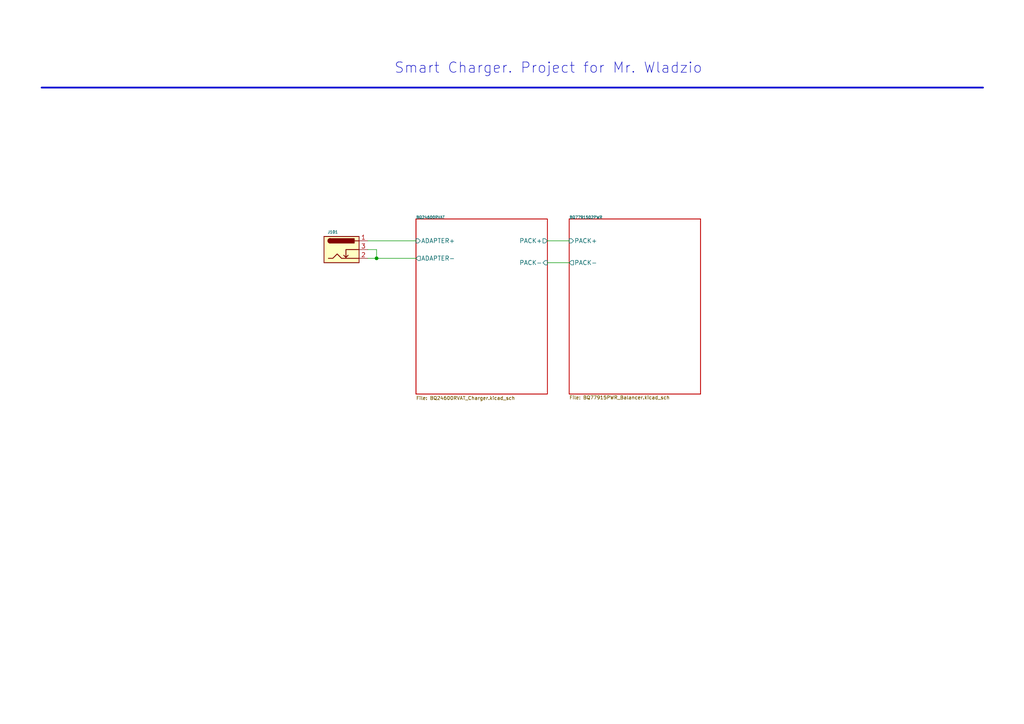
<source format=kicad_sch>
(kicad_sch (version 20211123) (generator eeschema)
  (paper "A4")
  (title_block (title "Smart Charger - Device for Mr.Wladziu") (date "2022-02-04") (rev "${REVISION}") (company "${COMPANY}") (comment 1 "${ENGINEER}") (comment 2 "${PHONE_NUMBER}") (comment 3 "${EMAIL}") (comment 4 "${SENTENCE}"))
  (lib_symbols
    (symbol "Connector:Barrel_Jack_Switch" (pin_names hide)
      (property "Reference" "J" (at 0 5.334 0))
      (property "Value" "Barrel_Jack_Switch" (at 0 -5.08 0))
      (symbol "Barrel_Jack_Switch_0_1"
        (rectangle (start -5.08 3.81) (end 5.08 -3.81) (stroke (width 0.254)) (fill (type background)))
        (arc (start -3.302 3.175) (mid -3.937 2.54) (end -3.302 1.905) (stroke (width 0.254)))
        (arc (start -3.302 3.175) (mid -3.937 2.54) (end -3.302 1.905) (stroke (width 0.254)) (fill (type outline)))
        (polyline (pts (xy 1.27 -2.286) (xy 1.905 -1.651)) (stroke (width 0.254)))
        (polyline (pts (xy 5.08 2.54) (xy 3.81 2.54)) (stroke (width 0.254)))
        (polyline (pts (xy 5.08 0) (xy 1.27 0) (xy 1.27 -2.286) (xy 0.635 -1.651)) (stroke (width 0.254)))
        (polyline (pts (xy -3.81 -2.54) (xy -2.54 -2.54) (xy -1.27 -1.27) (xy 0 -2.54) (xy 2.54 -2.54) (xy 5.08 -2.54)) (stroke (width 0.254)))
        (rectangle (start 3.683 3.175) (end -3.302 1.905) (stroke (width 0.254)) (fill (type outline)))
      )
      (symbol "Barrel_Jack_Switch_1_1"
        (pin passive line (at 7.62 2.54 180) (length 2.54) (name "~") (number "1"))
        (pin passive line (at 7.62 -2.54 180) (length 2.54) (name "~") (number "2"))
        (pin passive line (at 7.62 0 180) (length 2.54) (name "~") (number "3"))
      )
    )
  )
  (junction (at 109.22 74.93))
  (wire (pts (xy 109.22 74.93) (xy 120.65 74.93)))
  (wire (pts (xy 109.22 72.39) (xy 109.22 74.93)))
  (wire (pts (xy 106.68 69.85) (xy 120.65 69.85)))
  (wire (pts (xy 158.75 69.85) (xy 165.1 69.85)))
  (wire (pts (xy 106.68 74.93) (xy 109.22 74.93)))
  (wire (pts (xy 106.68 72.39) (xy 109.22 72.39)))
  (polyline (pts (xy 12.065 25.4) (xy 285.115 25.4)) (stroke (width 0.5) (type solid)))
  (wire (pts (xy 158.75 76.2) (xy 165.1 76.2)))
  (text "Smart Charger. Project for Mr. Wladzio" (at 114.3 21.59 0) (effects (font (size 3 3)) (justify left bottom)))
  (symbol (lib_id "Connector:Barrel_Jack_Switch") (at 99.06 72.39 0) (unit 1)
    (property "Reference" "J101" (at 96.52 67.31 0) (effects (font (size 0.8 0.8))))
    (property "Value" "Barrel_Jack_Switch" (effects hide))
    (property "Footprint" "Connector_BarrelJack:BarrelJack_GCT_DCJ200-10-A_Horizontal" (effects hide))
  )
  (sheet (at 165.1 63.5) (size 38.1 50.8) (stroke (width 0.2) (color 194 0 0 1))
    (property "Sheet name" "BQ7791502PWR" (at 165.1 63.5 0) (effects (font (size 0.8 0.8)) (justify left bottom)))
    (property "Sheet file" "BQ77915PWR_Balancer.kicad_sch" (at 165.1 114.7204 0) (effects (font (size 1 1)) (justify left top)))
    (pin "PACK-" output (at 165.1 76.2 180))
    (pin "PACK+" input (at 165.1 69.85 180))
  )
  (sheet (at 120.65 63.5) (size 38.1 50.8) (stroke (width 0.2) (color 194 0 0 1))
    (property "Sheet name" "BQ24600RVAT" (at 120.65 63.5 0) (effects (font (size 0.8 0.8)) (justify left bottom)))
    (property "Sheet file" "BQ24600RVAT_Charger.kicad_sch" (at 120.65 114.8846 0) (effects (font (size 1 1)) (justify left top)))
    (pin "ADAPTER+" input (at 120.65 69.85 180))
    (pin "PACK+" output (at 158.75 69.85 0))
    (pin "PACK-" input (at 158.75 76.2 0))
    (pin "ADAPTER-" output (at 120.65 74.93 180))
  )
)
</source>
